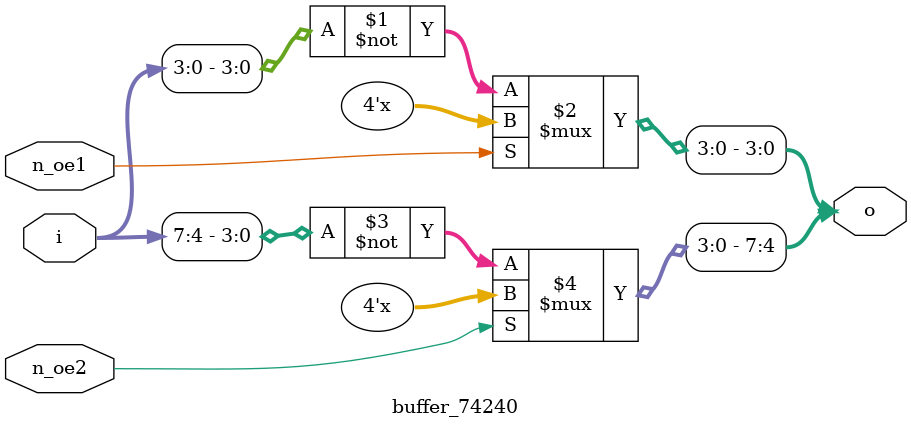
<source format=v>
`timescale 1ns/1ns
module buffer_74240(
//output
            o,
//input
            i,
            n_oe1,
            n_oe2);
    input wire [7:0] i;
    input wire n_oe1;
    input wire n_oe2;
    output wire [7:0] o;

    assign #11 o[3:0] = n_oe1 ? 4'bzzzz : ~i[3:0];
    assign #11 o[7:4] = n_oe2 ? 4'bzzzz : ~i[7:4];
endmodule

</source>
